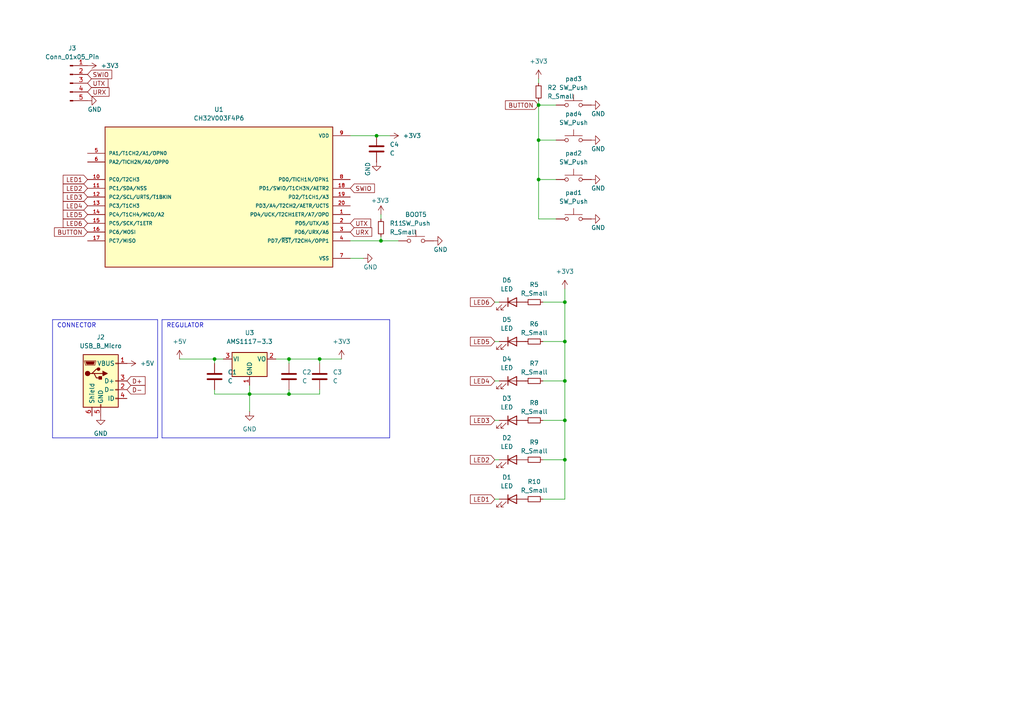
<source format=kicad_sch>
(kicad_sch (version 20250114) (generator "eeschema") (generator_version "9.0")
  (paper "A4")
  (lib_symbols
    (symbol "Connector:Conn_01x05_Pin" (pin_names (offset 1.016) (hide yes))
      (property "Reference" "J" (at 0 7.62 0))
      (property "Value" "Conn_01x05_Pin" (at 0 -7.62 0))
      (symbol "Conn_01x05_Pin_1_1"
        (rectangle (start 0.8636 5.207) (end 0 4.953) (stroke (width 0.1524)) (fill (type outline)))
        (rectangle (start 0.8636 2.667) (end 0 2.413) (stroke (width 0.1524)) (fill (type outline)))
        (rectangle (start 0.8636 0.127) (end 0 -0.127) (stroke (width 0.1524)) (fill (type outline)))
        (rectangle (start 0.8636 -2.413) (end 0 -2.667) (stroke (width 0.1524)) (fill (type outline)))
        (rectangle (start 0.8636 -4.953) (end 0 -5.207) (stroke (width 0.1524)) (fill (type outline)))
        (polyline (pts (xy 1.27 5.08) (xy 0.8636 5.08)) (stroke (width 0.1524)))
        (polyline (pts (xy 1.27 2.54) (xy 0.8636 2.54)) (stroke (width 0.1524)))
        (polyline (pts (xy 1.27 0) (xy 0.8636 0)) (stroke (width 0.1524)))
        (polyline (pts (xy 1.27 -2.54) (xy 0.8636 -2.54)) (stroke (width 0.1524)))
        (polyline (pts (xy 1.27 -5.08) (xy 0.8636 -5.08)) (stroke (width 0.1524)))
        (pin passive line (at 5.08 5.08 180) (length 3.81) (name "Pin_1") (number "1"))
        (pin passive line (at 5.08 2.54 180) (length 3.81) (name "Pin_2") (number "2"))
        (pin passive line (at 5.08 0 180) (length 3.81) (name "Pin_3") (number "3"))
        (pin passive line (at 5.08 -2.54 180) (length 3.81) (name "Pin_4") (number "4"))
        (pin passive line (at 5.08 -5.08 180) (length 3.81) (name "Pin_5") (number "5"))
      )
    )
    (symbol "Connector:USB_B_Micro" (pin_names (offset 1.016))
      (property "Reference" "J" (at -5.08 11.43 0))
      (property "Value" "USB_B_Micro" (at -5.08 8.89 0))
      (symbol "USB_B_Micro_0_1"
        (rectangle (start -5.08 -7.62) (end 5.08 7.62) (stroke (width 0.254)) (fill (type background)))
        (polyline (pts (xy -4.699 5.842) (xy -4.699 5.588) (xy -4.445 4.826) (xy -4.445 4.572) (xy -1.651 4.572) (xy -1.651 4.826) (xy -1.397 5.588) (xy -1.397 5.842) (xy -4.699 5.842)))
        (polyline (pts (xy -4.318 5.588) (xy -1.778 5.588) (xy -2.032 4.826) (xy -4.064 4.826) (xy -4.318 5.588)) (fill (type outline)))
        (circle (center -3.81 2.159) (radius 0.635) (stroke (width 0.254)) (fill (type outline)))
        (polyline (pts (xy -3.175 2.159) (xy -2.54 2.159) (xy -1.27 3.429) (xy -0.635 3.429)) (stroke (width 0.254)))
        (polyline (pts (xy -2.54 2.159) (xy -1.905 2.159) (xy -1.27 0.889) (xy 0 0.889)) (stroke (width 0.254)))
        (polyline (pts (xy -1.905 2.159) (xy 0.635 2.159)) (stroke (width 0.254)))
        (circle (center -0.635 3.429) (radius 0.381) (stroke (width 0.254)) (fill (type outline)))
        (rectangle (start -0.127 -7.62) (end 0.127 -6.858))
        (rectangle (start 0.254 1.27) (end -0.508 0.508) (stroke (width 0.254)) (fill (type outline)))
        (polyline (pts (xy 0.635 2.794) (xy 0.635 1.524) (xy 1.905 2.159) (xy 0.635 2.794)) (stroke (width 0.254)) (fill (type outline)))
        (rectangle (start 5.08 4.953) (end 4.318 5.207))
        (rectangle (start 5.08 -0.127) (end 4.318 0.127))
        (rectangle (start 5.08 -2.667) (end 4.318 -2.413))
        (rectangle (start 5.08 -5.207) (end 4.318 -4.953))
      )
      (symbol "USB_B_Micro_1_1"
        (pin passive line (at -2.54 -10.16 90) (length 2.54) (name "Shield") (number "6"))
        (pin power_out line (at 0 -10.16 90) (length 2.54) (name "GND") (number "5"))
        (pin power_out line (at 7.62 5.08 180) (length 2.54) (name "VBUS") (number "1"))
        (pin bidirectional line (at 7.62 0 180) (length 2.54) (name "D+") (number "3"))
        (pin bidirectional line (at 7.62 -2.54 180) (length 2.54) (name "D-") (number "2"))
        (pin passive line (at 7.62 -5.08 180) (length 2.54) (name "ID") (number "4"))
      )
    )
    (symbol "Device:C" (pin_numbers (hide yes)) (pin_names (offset 0.254))
      (property "Reference" "C" (at 0.635 2.54 0))
      (property "Value" "C" (at 0.635 -2.54 0))
      (symbol "C_0_1"
        (polyline (pts (xy -2.032 0.762) (xy 2.032 0.762)) (stroke (width 0.508)))
        (polyline (pts (xy -2.032 -0.762) (xy 2.032 -0.762)) (stroke (width 0.508)))
      )
      (symbol "C_1_1"
        (pin passive line (at 0 3.81 270) (length 2.794) (name "~") (number "1"))
        (pin passive line (at 0 -3.81 90) (length 2.794) (name "~") (number "2"))
      )
    )
    (symbol "Device:LED" (pin_numbers (hide yes)) (pin_names (offset 1.016) (hide yes))
      (property "Reference" "D" (at 0 2.54 0))
      (property "Value" "LED" (at 0 -2.54 0))
      (symbol "LED_0_1"
        (polyline (pts (xy -3.048 -0.762) (xy -4.572 -2.286) (xy -3.81 -2.286) (xy -4.572 -2.286) (xy -4.572 -1.524)))
        (polyline (pts (xy -1.778 -0.762) (xy -3.302 -2.286) (xy -2.54 -2.286) (xy -3.302 -2.286) (xy -3.302 -1.524)))
        (polyline (pts (xy -1.27 0) (xy 1.27 0)))
        (polyline (pts (xy -1.27 -1.27) (xy -1.27 1.27)) (stroke (width 0.254)))
        (polyline (pts (xy 1.27 -1.27) (xy 1.27 1.27) (xy -1.27 0) (xy 1.27 -1.27)) (stroke (width 0.254)))
      )
      (symbol "LED_1_1"
        (pin passive line (at -3.81 0 0) (length 2.54) (name "K") (number "1"))
        (pin passive line (at 3.81 0 180) (length 2.54) (name "A") (number "2"))
      )
    )
    (symbol "Device:R_Small" (pin_numbers (hide yes)) (pin_names (offset 0.254) (hide yes))
      (property "Reference" "R" (at 0.762 0.508 0))
      (property "Value" "R_Small" (at 0.762 -1.016 0))
      (symbol "R_Small_0_1"
        (rectangle (start -0.762 1.778) (end 0.762 -1.778) (stroke (width 0.2032)))
      )
      (symbol "R_Small_1_1"
        (pin passive line (at 0 2.54 270) (length 0.762) (name "~") (number "1"))
        (pin passive line (at 0 -2.54 90) (length 0.762) (name "~") (number "2"))
      )
    )
    (symbol "Regulator_Linear:AMS1117-3.3" (pin_names (offset 0.254))
      (property "Reference" "U" (at -3.81 3.175 0))
      (property "Value" "AMS1117-3.3" (at 0 3.175 0))
      (symbol "AMS1117-3.3_0_1"
        (rectangle (start -5.08 -5.08) (end 5.08 1.905) (stroke (width 0.254)) (fill (type background)))
      )
      (symbol "AMS1117-3.3_1_1"
        (pin power_in line (at -7.62 0 0) (length 2.54) (name "VI") (number "3"))
        (pin power_in line (at 0 -7.62 90) (length 2.54) (name "GND") (number "1"))
        (pin power_out line (at 7.62 0 180) (length 2.54) (name "VO") (number "2"))
      )
    )
    (symbol "Switch:SW_Push" (pin_numbers (hide yes)) (pin_names (offset 1.016) (hide yes))
      (property "Reference" "SW" (at 1.27 2.54 0))
      (property "Value" "SW_Push" (at 0 -1.524 0))
      (symbol "SW_Push_0_1"
        (circle (center -2.032 0) (radius 0.508))
        (polyline (pts (xy 0 1.27) (xy 0 3.048)))
        (circle (center 2.032 0) (radius 0.508))
        (polyline (pts (xy 2.54 1.27) (xy -2.54 1.27)))
        (pin passive line (at -5.08 0 0) (length 2.54) (name "1") (number "1"))
        (pin passive line (at 5.08 0 180) (length 2.54) (name "2") (number "2"))
      )
    )
    (symbol "ch32v003:CH32V003F4P6" (pin_names (offset 1.016))
      (property "Reference" "U" (at -33.02 22.86 0))
      (property "Value" "CH32V003F4P6" (at -33.02 -22.86 0))
      (symbol "CH32V003F4P6_0_0"
        (rectangle (start -33.02 -20.32) (end 33.02 20.32) (stroke (width 0.254)) (fill (type background)))
        (pin bidirectional line (at -38.1 12.7 0) (length 5.08) (name "PA1/T1CH2/A1/OPN0") (number "5"))
        (pin bidirectional line (at -38.1 10.16 0) (length 5.08) (name "PA2/TICH2N/A0/OPP0") (number "6"))
        (pin bidirectional line (at -38.1 5.08 0) (length 5.08) (name "PC0/T2CH3") (number "10"))
        (pin bidirectional line (at -38.1 2.54 0) (length 5.08) (name "PC1/SDA/NSS") (number "11"))
        (pin bidirectional line (at -38.1 0 0) (length 5.08) (name "PC2/SCL/URTS/T1BKIN") (number "12"))
        (pin bidirectional line (at -38.1 -2.54 0) (length 5.08) (name "PC3/T1CH3") (number "13"))
        (pin bidirectional line (at -38.1 -5.08 0) (length 5.08) (name "PC4/T1CH4/MCO/A2") (number "14"))
        (pin bidirectional line (at -38.1 -7.62 0) (length 5.08) (name "PC5/SCK/T1ETR") (number "15"))
        (pin bidirectional line (at -38.1 -10.16 0) (length 5.08) (name "PC6/MOSI") (number "16"))
        (pin bidirectional line (at -38.1 -12.7 0) (length 5.08) (name "PC7/MISO") (number "17"))
        (pin power_in line (at 38.1 17.78 180) (length 5.08) (name "VDD") (number "9"))
        (pin bidirectional line (at 38.1 5.08 180) (length 5.08) (name "PD0/TICH1N/OPN1") (number "8"))
        (pin bidirectional line (at 38.1 2.54 180) (length 5.08) (name "PD1/SWIO/T1CH3N/AETR2") (number "18"))
        (pin bidirectional line (at 38.1 0 180) (length 5.08) (name "PD2/T1CH1/A3") (number "19"))
        (pin bidirectional line (at 38.1 -2.54 180) (length 5.08) (name "PD3/A4/T2CH2/AETR/UCTS") (number "20"))
        (pin bidirectional line (at 38.1 -5.08 180) (length 5.08) (name "PD4/UCK/T2CH1ETR/A7/OPO") (number "1"))
        (pin bidirectional line (at 38.1 -7.62 180) (length 5.08) (name "PD5/UTX/A5") (number "2"))
        (pin bidirectional line (at 38.1 -10.16 180) (length 5.08) (name "PD6/URX/A6") (number "3"))
        (pin bidirectional line (at 38.1 -12.7 180) (length 5.08) (name "PD7/~{RST}/T2CH4/OPP1") (number "4"))
        (pin power_in line (at 38.1 -17.78 180) (length 5.08) (name "VSS") (number "7"))
      )
    )
    (symbol "power:+3V3" (power) (pin_names (offset 0))
      (property "Value" "+3V3" (at 0 3.556 0))
      (symbol "+3V3_0_1"
        (polyline (pts (xy -0.762 1.27) (xy 0 2.54)))
        (polyline (pts (xy 0 2.54) (xy 0.762 1.27)))
        (polyline (pts (xy 0 0) (xy 0 2.54)))
      )
      (symbol "+3V3_1_1"
        (pin power_in line (at 0 0 90) (length 0) (hide yes) (name "+3V3") (number "1"))
      )
    )
    (symbol "power:+5V" (power) (pin_names (offset 0))
      (property "Value" "+5V" (at 0 3.556 0))
      (symbol "+5V_0_1"
        (polyline (pts (xy -0.762 1.27) (xy 0 2.54)))
        (polyline (pts (xy 0 2.54) (xy 0.762 1.27)))
        (polyline (pts (xy 0 0) (xy 0 2.54)))
      )
      (symbol "+5V_1_1"
        (pin power_in line (at 0 0 90) (length 0) (hide yes) (name "+5V") (number "1"))
      )
    )
    (symbol "power:GND" (power) (pin_numbers (hide yes)) (pin_names (offset 0) (hide yes))
      (property "Value" "GND" (at 0 -3.81 0))
      (symbol "GND_0_1"
        (polyline (pts (xy 0 0) (xy 0 -1.27) (xy 1.27 -1.27) (xy 0 -2.54) (xy -1.27 -1.27) (xy 0 -1.27)))
      )
      (symbol "GND_1_1"
        (pin power_in line (at 0 0 270) (length 0) (name "~") (number "1"))
      )
    )
  )
  (text "CONNECTOR" (at 16.51 95.25 0) (effects (font (size 1.27 1.27)) (justify left bottom)))
  (text "REGULATOR" (at 48.26 95.25 0) (effects (font (size 1.27 1.27)) (justify left bottom)))
  (junction (at 163.83 99.06))
  (junction (at 109.22 39.37))
  (junction (at 92.71 104.14))
  (junction (at 156.21 30.48))
  (junction (at 83.82 114.3))
  (junction (at 72.39 114.3))
  (junction (at 110.49 69.85))
  (junction (at 163.83 110.49))
  (junction (at 163.83 121.92))
  (junction (at 156.21 52.07))
  (junction (at 163.83 133.35))
  (junction (at 62.23 104.14))
  (junction (at 163.83 87.63))
  (junction (at 83.82 104.14))
  (junction (at 156.21 40.64))
  (wire (pts (xy 163.83 121.92) (xy 163.83 133.35)))
  (wire (pts (xy 163.83 87.63) (xy 163.83 99.06)))
  (polyline (pts (xy 45.72 127) (xy 45.72 92.71)))
  (wire (pts (xy 143.51 99.06) (xy 144.78 99.06)))
  (wire (pts (xy 156.21 29.21) (xy 156.21 30.48)))
  (wire (pts (xy 101.6 69.85) (xy 110.49 69.85)))
  (wire (pts (xy 156.21 52.07) (xy 161.29 52.07)))
  (wire (pts (xy 143.51 144.78) (xy 144.78 144.78)))
  (wire (pts (xy 157.48 110.49) (xy 163.83 110.49)))
  (polyline (pts (xy 15.24 92.71) (xy 15.24 127)))
  (polyline (pts (xy 113.03 92.71) (xy 113.03 127)))
  (wire (pts (xy 143.51 133.35) (xy 144.78 133.35)))
  (wire (pts (xy 156.21 30.48) (xy 156.21 40.64)))
  (wire (pts (xy 163.83 99.06) (xy 163.83 110.49)))
  (wire (pts (xy 156.21 22.86) (xy 156.21 24.13)))
  (wire (pts (xy 163.83 83.82) (xy 163.83 87.63)))
  (polyline (pts (xy 113.03 127) (xy 46.99 127)))
  (wire (pts (xy 83.82 113.03) (xy 83.82 114.3)))
  (wire (pts (xy 109.22 39.37) (xy 101.6 39.37)))
  (wire (pts (xy 83.82 105.41) (xy 83.82 104.14)))
  (wire (pts (xy 62.23 104.14) (xy 64.77 104.14)))
  (wire (pts (xy 62.23 104.14) (xy 62.23 105.41)))
  (wire (pts (xy 72.39 114.3) (xy 72.39 119.38)))
  (wire (pts (xy 143.51 121.92) (xy 144.78 121.92)))
  (wire (pts (xy 163.83 133.35) (xy 163.83 144.78)))
  (wire (pts (xy 156.21 30.48) (xy 161.29 30.48)))
  (wire (pts (xy 62.23 114.3) (xy 72.39 114.3)))
  (wire (pts (xy 157.48 144.78) (xy 163.83 144.78)))
  (wire (pts (xy 156.21 63.5) (xy 161.29 63.5)))
  (polyline (pts (xy 15.24 127) (xy 45.72 127)))
  (wire (pts (xy 156.21 40.64) (xy 156.21 52.07)))
  (wire (pts (xy 92.71 105.41) (xy 92.71 104.14)))
  (wire (pts (xy 110.49 69.85) (xy 115.57 69.85)))
  (wire (pts (xy 83.82 114.3) (xy 72.39 114.3)))
  (wire (pts (xy 113.03 39.37) (xy 109.22 39.37)))
  (polyline (pts (xy 45.72 92.71) (xy 15.24 92.71)))
  (wire (pts (xy 157.48 133.35) (xy 163.83 133.35)))
  (polyline (pts (xy 46.99 127) (xy 46.99 92.71)))
  (wire (pts (xy 80.01 104.14) (xy 83.82 104.14)))
  (wire (pts (xy 157.48 87.63) (xy 163.83 87.63)))
  (wire (pts (xy 157.48 121.92) (xy 163.83 121.92)))
  (wire (pts (xy 72.39 111.76) (xy 72.39 114.3)))
  (wire (pts (xy 52.07 104.14) (xy 62.23 104.14)))
  (wire (pts (xy 163.83 110.49) (xy 163.83 121.92)))
  (wire (pts (xy 62.23 113.03) (xy 62.23 114.3)))
  (wire (pts (xy 143.51 110.49) (xy 144.78 110.49)))
  (wire (pts (xy 101.6 74.93) (xy 105.41 74.93)))
  (polyline (pts (xy 46.99 92.71) (xy 113.03 92.71)))
  (wire (pts (xy 110.49 68.58) (xy 110.49 69.85)))
  (wire (pts (xy 92.71 104.14) (xy 99.06 104.14)))
  (wire (pts (xy 143.51 87.63) (xy 144.78 87.63)))
  (wire (pts (xy 156.21 52.07) (xy 156.21 63.5)))
  (wire (pts (xy 83.82 104.14) (xy 92.71 104.14)))
  (wire (pts (xy 92.71 113.03) (xy 92.71 114.3)))
  (wire (pts (xy 92.71 114.3) (xy 83.82 114.3)))
  (wire (pts (xy 157.48 99.06) (xy 163.83 99.06)))
  (wire (pts (xy 156.21 40.64) (xy 161.29 40.64)))
  (wire (pts (xy 110.49 62.23) (xy 110.49 63.5)))
  (global_label "BUTTON" (shape input) (at 156.21 30.48 180) (property "Intersheetrefs" "${INTERSHEET_REFS}" (effects (hide yes))))
  (global_label "UTX" (shape input) (at 101.6 64.77 0) (property "Intersheetrefs" "${INTERSHEET_REFS}" (effects (hide yes))))
  (global_label "LED5" (shape input) (at 25.4 62.23 180) (property "Intersheetrefs" "${INTERSHEET_REFS}" (effects (hide yes))))
  (global_label "URX" (shape input) (at 25.4 26.67 0) (property "Intersheetrefs" "${INTERSHEET_REFS}" (effects (hide yes))))
  (global_label "BUTTON" (shape input) (at 25.4 67.31 180) (property "Intersheetrefs" "${INTERSHEET_REFS}" (effects (hide yes))))
  (global_label "D-" (shape input) (at 36.83 113.03 0) (property "Intersheetrefs" "${INTERSHEET_REFS}" (effects (hide yes))))
  (global_label "D+" (shape input) (at 36.83 110.49 0) (property "Intersheetrefs" "${INTERSHEET_REFS}" (effects (hide yes))))
  (global_label "LED2" (shape input) (at 143.51 133.35 180) (property "Intersheetrefs" "${INTERSHEET_REFS}" (effects (hide yes))))
  (global_label "SWIO" (shape input) (at 25.4 21.59 0) (property "Intersheetrefs" "${INTERSHEET_REFS}" (effects (hide yes))))
  (global_label "LED4" (shape input) (at 143.51 110.49 180) (property "Intersheetrefs" "${INTERSHEET_REFS}" (effects (hide yes))))
  (global_label "LED1" (shape input) (at 25.4 52.07 180) (property "Intersheetrefs" "${INTERSHEET_REFS}" (effects (hide yes))))
  (global_label "LED6" (shape input) (at 25.4 64.77 180) (property "Intersheetrefs" "${INTERSHEET_REFS}" (effects (hide yes))))
  (global_label "SWIO" (shape input) (at 101.6 54.61 0) (property "Intersheetrefs" "${INTERSHEET_REFS}" (effects (hide yes))))
  (global_label "LED3" (shape input) (at 143.51 121.92 180) (property "Intersheetrefs" "${INTERSHEET_REFS}" (effects (hide yes))))
  (global_label "URX" (shape input) (at 101.6 67.31 0) (property "Intersheetrefs" "${INTERSHEET_REFS}" (effects (hide yes))))
  (global_label "UTX" (shape input) (at 25.4 24.13 0) (property "Intersheetrefs" "${INTERSHEET_REFS}" (effects (hide yes))))
  (global_label "LED2" (shape input) (at 25.4 54.61 180) (property "Intersheetrefs" "${INTERSHEET_REFS}" (effects (hide yes))))
  (global_label "LED3" (shape input) (at 25.4 57.15 180) (property "Intersheetrefs" "${INTERSHEET_REFS}" (effects (hide yes))))
  (global_label "LED1" (shape input) (at 143.51 144.78 180) (property "Intersheetrefs" "${INTERSHEET_REFS}" (effects (hide yes))))
  (global_label "LED4" (shape input) (at 25.4 59.69 180) (property "Intersheetrefs" "${INTERSHEET_REFS}" (effects (hide yes))))
  (global_label "LED5" (shape input) (at 143.51 99.06 180) (property "Intersheetrefs" "${INTERSHEET_REFS}" (effects (hide yes))))
  (global_label "LED6" (shape input) (at 143.51 87.63 180) (property "Intersheetrefs" "${INTERSHEET_REFS}" (effects (hide yes))))
  (symbol (lib_id "Device:R_Small") (at 110.49 66.04 0) (unit 1)
    (property "Reference" "R11" (at 113.03 64.7699 0) (effects (justify left)))
    (property "Value" "R_Small" (at 113.03 67.3099 0) (effects (justify left)))
    (property "Footprint" "Resistor_SMD:R_0603_1608Metric" (effects (hide yes)))
  )
  (symbol (lib_id "power:+5V") (at 52.07 104.14 0) (unit 1)
    (property "Reference" "#PWR015" (effects (hide yes)))
    (property "Value" "+5V" (at 52.07 99.06 0))
  )
  (symbol (lib_id "Device:LED") (at 148.59 87.63 0) (unit 1)
    (property "Reference" "D6" (at 147.0025 81.28 0))
    (property "Value" "LED" (at 147.0025 83.82 0))
    (property "Footprint" "LED_SMD:LED_0603_1608Metric" (effects (hide yes)))
    (property "Description" "Light emitting diode" (effects (hide yes)))
  )
  (symbol (lib_id "Device:R_Small") (at 154.94 99.06 270) (unit 1)
    (property "Reference" "R6" (at 154.94 93.98 90))
    (property "Value" "R_Small" (at 154.94 96.52 90))
    (property "Footprint" "Resistor_SMD:R_0603_1608Metric" (effects (hide yes)))
  )
  (symbol (lib_id "Device:C") (at 109.22 43.18 0) (unit 1)
    (property "Reference" "C4" (at 113.03 41.9099 0) (effects (justify left)))
    (property "Value" "C" (at 113.03 44.4499 0) (effects (justify left)))
    (property "Footprint" "Capacitor_SMD:C_0603_1608Metric" (effects (hide yes)))
  )
  (symbol (lib_id "Switch:SW_Push") (at 166.37 63.5 0) (unit 1)
    (property "Reference" "pad1" (at 166.37 55.88 0))
    (property "Value" "SW_Push" (at 166.37 58.42 0))
    (property "Footprint" "Button_Switch_SMD:SW_SPST_FSMSM" (effects (hide yes)))
  )
  (symbol (lib_id "power:+3V3") (at 156.21 22.86 0) (unit 1)
    (property "Reference" "#PWR03" (effects (hide yes)))
    (property "Value" "+3V3" (at 156.21 17.78 0))
  )
  (symbol (lib_id "Device:R_Small") (at 154.94 121.92 90) (unit 1)
    (property "Reference" "R8" (at 154.94 116.84 90))
    (property "Value" "R_Small" (at 154.94 119.38 90))
    (property "Footprint" "Resistor_SMD:R_0603_1608Metric" (effects (hide yes)))
  )
  (symbol (lib_id "power:+3V3") (at 113.03 39.37 270) (unit 1)
    (property "Reference" "#PWR010" (effects (hide yes)))
    (property "Value" "+3V3" (at 116.84 39.3699 90) (effects (justify left)))
  )
  (symbol (lib_id "Connector:Conn_01x05_Pin") (at 20.32 24.13 0) (unit 1)
    (property "Reference" "J3" (at 20.955 13.97 0))
    (property "Value" "Conn_01x05_Pin" (at 20.955 16.51 0))
    (property "Footprint" "Connector_PinSocket_2.54mm:PinSocket_1x05_P2.54mm_Horizontal" (effects (hide yes)))
    (property "Description" "Generic connector, single row, 01x05, script generated" (effects (hide yes)))
  )
  (symbol (lib_id "Device:R_Small") (at 154.94 87.63 270) (unit 1)
    (property "Reference" "R5" (at 154.94 82.55 90))
    (property "Value" "R_Small" (at 154.94 85.09 90))
    (property "Footprint" "Resistor_SMD:R_0603_1608Metric" (effects (hide yes)))
  )
  (symbol (lib_id "power:GND") (at 171.45 30.48 90) (unit 1)
    (property "Reference" "#PWR04" (effects (hide yes)))
    (property "Value" "GND" (at 171.45 33.02 90) (effects (justify right)))
  )
  (symbol (lib_id "Device:C") (at 92.71 109.22 0) (unit 1)
    (property "Reference" "C3" (at 96.52 107.9499 0) (effects (justify left)))
    (property "Value" "C" (at 96.52 110.4899 0) (effects (justify left)))
    (property "Footprint" "Capacitor_SMD:C_0603_1608Metric" (effects (hide yes)))
  )
  (symbol (lib_id "power:GND") (at 109.22 46.99 0) (unit 1)
    (property "Reference" "#PWR021" (effects (hide yes)))
    (property "Value" "GND" (at 106.68 46.99 90) (effects (justify right)))
  )
  (symbol (lib_id "Device:R_Small") (at 154.94 110.49 90) (unit 1)
    (property "Reference" "R7" (at 154.94 105.41 90))
    (property "Value" "R_Small" (at 154.94 107.95 90))
    (property "Footprint" "Resistor_SMD:R_0603_1608Metric" (effects (hide yes)))
  )
  (symbol (lib_id "power:GND") (at 29.21 120.65 0) (unit 1)
    (property "Reference" "#PWR013" (effects (hide yes)))
    (property "Value" "GND" (at 29.21 125.73 0))
  )
  (symbol (lib_id "power:+3V3") (at 25.4 19.05 270) (unit 1)
    (property "Reference" "#PWR020" (effects (hide yes)))
    (property "Value" "+3V3" (at 29.21 19.0499 90) (effects (justify left)))
  )
  (symbol (lib_id "Device:R_Small") (at 154.94 144.78 90) (unit 1)
    (property "Reference" "R10" (at 154.94 139.7 90))
    (property "Value" "R_Small" (at 154.94 142.24 90))
    (property "Footprint" "Resistor_SMD:R_0603_1608Metric" (effects (hide yes)))
  )
  (symbol (lib_id "Switch:SW_Push") (at 166.37 52.07 0) (unit 1)
    (property "Reference" "pad2" (at 166.37 44.45 0))
    (property "Value" "SW_Push" (at 166.37 46.99 0))
    (property "Footprint" "Button_Switch_SMD:SW_SPST_FSMSM" (effects (hide yes)))
  )
  (symbol (lib_id "Device:C") (at 83.82 109.22 0) (unit 1)
    (property "Reference" "C2" (at 87.63 107.9499 0) (effects (justify left)))
    (property "Value" "C" (at 87.63 110.4899 0) (effects (justify left)))
    (property "Footprint" "Capacitor_SMD:C_0603_1608Metric" (effects (hide yes)))
  )
  (symbol (lib_id "power:+3V3") (at 163.83 83.82 0) (unit 1)
    (property "Reference" "#PWR018" (effects (hide yes)))
    (property "Value" "+3V3" (at 163.83 78.74 0))
  )
  (symbol (lib_id "Device:LED") (at 148.59 144.78 0) (unit 1)
    (property "Reference" "D1" (at 147.0025 138.43 0))
    (property "Value" "LED" (at 147.0025 140.97 0))
    (property "Footprint" "LED_SMD:LED_0603_1608Metric" (effects (hide yes)))
    (property "Description" "Light emitting diode" (effects (hide yes)))
  )
  (symbol (lib_id "Device:R_Small") (at 154.94 133.35 90) (unit 1)
    (property "Reference" "R9" (at 154.94 128.27 90))
    (property "Value" "R_Small" (at 154.94 130.81 90))
    (property "Footprint" "Resistor_SMD:R_0603_1608Metric" (effects (hide yes)))
  )
  (symbol (lib_id "Switch:SW_Push") (at 120.65 69.85 0) (unit 1)
    (property "Reference" "BOOT5" (at 120.65 62.23 0))
    (property "Value" "SW_Push" (at 120.65 64.77 0))
    (property "Footprint" "Button_Switch_SMD:SW_SPST_FSMSM" (effects (hide yes)))
  )
  (symbol (lib_id "Device:C") (at 62.23 109.22 0) (unit 1)
    (property "Reference" "C1" (at 66.04 107.9499 0) (effects (justify left)))
    (property "Value" "C" (at 66.04 110.4899 0) (effects (justify left)))
    (property "Footprint" "Capacitor_SMD:C_0603_1608Metric" (effects (hide yes)))
  )
  (symbol (lib_id "Device:LED") (at 148.59 121.92 0) (unit 1)
    (property "Reference" "D3" (at 147.0025 115.57 0))
    (property "Value" "LED" (at 147.0025 118.11 0))
    (property "Footprint" "LED_SMD:LED_0603_1608Metric" (effects (hide yes)))
    (property "Description" "Light emitting diode" (effects (hide yes)))
  )
  (symbol (lib_id "power:+5V") (at 36.83 105.41 270) (unit 1)
    (property "Reference" "#PWR014" (effects (hide yes)))
    (property "Value" "+5V" (at 40.64 105.4099 90) (effects (justify left)))
  )
  (symbol (lib_id "Connector:USB_B_Micro") (at 29.21 110.49 0) (unit 1)
    (property "Reference" "J2" (at 29.21 97.79 0))
    (property "Value" "USB_B_Micro" (at 29.21 100.33 0))
    (property "Footprint" "Connector_USB:USB_Micro-B_Amphenol_10118194_Horizontal" (effects (hide yes)))
    (property "Description" "USB Micro Type B connector" (effects (hide yes)))
  )
  (symbol (lib_id "Switch:SW_Push") (at 166.37 30.48 0) (unit 1)
    (property "Reference" "pad3" (at 166.37 22.86 0))
    (property "Value" "SW_Push" (at 166.37 25.4 0))
    (property "Footprint" "Button_Switch_SMD:SW_SPST_FSMSM" (effects (hide yes)))
  )
  (symbol (lib_id "power:GND") (at 171.45 40.64 90) (unit 1)
    (property "Reference" "#PWR06" (effects (hide yes)))
    (property "Value" "GND" (at 171.45 43.18 90) (effects (justify right)))
  )
  (symbol (lib_id "Device:R_Small") (at 156.21 26.67 0) (unit 1)
    (property "Reference" "R2" (at 158.75 25.3999 0) (effects (justify left)))
    (property "Value" "R_Small" (at 158.75 27.9399 0) (effects (justify left)))
    (property "Footprint" "Resistor_SMD:R_0603_1608Metric" (effects (hide yes)))
  )
  (symbol (lib_id "Regulator_Linear:AMS1117-3.3") (at 72.39 104.14 0) (unit 1)
    (property "Reference" "U3" (at 72.39 96.52 0))
    (property "Value" "AMS1117-3.3" (at 72.39 99.06 0))
    (property "Footprint" "Package_TO_SOT_SMD:SOT-223-3_TabPin2" (effects (hide yes)))
    (property "Datasheet" "http://www.advanced-monolithic.com/pdf/ds1117.pdf" (effects (hide yes)))
  )
  (symbol (lib_id "power:+3V3") (at 99.06 104.14 0) (unit 1)
    (property "Reference" "#PWR017" (effects (hide yes)))
    (property "Value" "+3V3" (at 99.06 99.06 0))
  )
  (symbol (lib_id "power:GND") (at 171.45 63.5 90) (unit 1)
    (property "Reference" "#PWR02" (effects (hide yes)))
    (property "Value" "GND" (at 171.45 66.04 90) (effects (justify right)))
  )
  (symbol (lib_id "Device:LED") (at 148.59 133.35 0) (unit 1)
    (property "Reference" "D2" (at 147.0025 127 0))
    (property "Value" "LED" (at 147.0025 129.54 0))
    (property "Footprint" "LED_SMD:LED_0603_1608Metric" (effects (hide yes)))
    (property "Description" "Light emitting diode" (effects (hide yes)))
  )
  (symbol (lib_id "power:GND") (at 105.41 74.93 90) (unit 1)
    (property "Reference" "#PWR09" (effects (hide yes)))
    (property "Value" "GND" (at 105.41 77.47 90) (effects (justify right)))
  )
  (symbol (lib_id "power:GND") (at 25.4 29.21 90) (unit 1)
    (property "Reference" "#PWR019" (effects (hide yes)))
    (property "Value" "GND" (at 25.4 31.75 90) (effects (justify right)))
  )
  (symbol (lib_id "power:GND") (at 72.39 119.38 0) (unit 1)
    (property "Reference" "#PWR016" (effects (hide yes)))
    (property "Value" "GND" (at 72.39 124.46 0))
  )
  (symbol (lib_id "Switch:SW_Push") (at 166.37 40.64 0) (unit 1)
    (property "Reference" "pad4" (at 166.37 33.02 0))
    (property "Value" "SW_Push" (at 166.37 35.56 0))
    (property "Footprint" "Button_Switch_SMD:SW_SPST_FSMSM" (effects (hide yes)))
  )
  (symbol (lib_id "ch32v003:CH32V003F4P6") (at 63.5 57.15 0) (unit 1)
    (property "Reference" "U1" (at 63.5 31.75 0))
    (property "Value" "CH32V003F4P6" (at 63.5 34.29 0))
    (property "Footprint" "CH32V003F4P6:SOP65P640X121-20N" (effects (hide yes)))
    (property "MF" "WCH" (effects (hide yes)))
    (property "MAXIMUM_PACKAGE_HEIGHT" "1.21mm" (effects (hide yes)))
    (property "Package" "Package" (effects (hide yes)))
    (property "Price" "None" (effects (hide yes)))
    (property "Check_prices" "https://www.snapeda.com/parts/CH32V003F4P6/WCH/view-part/?ref=eda" (effects (hide yes)))
    (property "STANDARD" "IPC-7351B" (effects (hide yes)))
    (property "PARTREV" "1.4" (effects (hide yes)))
    (property "SnapEDA_Link" "https://www.snapeda.com/parts/CH32V003F4P6/WCH/view-part/?ref=snap" (effects (hide yes)))
    (property "MP" "CH32V003F4P6" (effects (hide yes)))
    (property "Description_1" "\n                        \n                            SMD IC CH32V003F4P6\n                        \n" (effects (hide yes)))
    (property "Availability" "Not in stock" (effects (hide yes)))
    (property "MANUFACTURER" "WCH" (effects (hide yes)))
  )
  (symbol (lib_id "Device:LED") (at 148.59 99.06 0) (unit 1)
    (property "Reference" "D5" (at 147.0025 92.71 0))
    (property "Value" "LED" (at 147.0025 95.25 0))
    (property "Footprint" "LED_SMD:LED_0603_1608Metric" (effects (hide yes)))
    (property "Description" "Light emitting diode" (effects (hide yes)))
  )
  (symbol (lib_id "power:GND") (at 125.73 69.85 90) (unit 1)
    (property "Reference" "#PWR012" (effects (hide yes)))
    (property "Value" "GND" (at 125.73 72.39 90) (effects (justify right)))
  )
  (symbol (lib_id "power:GND") (at 171.45 52.07 90) (unit 1)
    (property "Reference" "#PWR08" (effects (hide yes)))
    (property "Value" "GND" (at 171.45 54.61 90) (effects (justify right)))
  )
  (symbol (lib_id "power:+3V3") (at 110.49 62.23 0) (unit 1)
    (property "Reference" "#PWR011" (effects (hide yes)))
    (property "Value" "+3V3" (at 110.236 58.166 0))
  )
  (symbol (lib_id "Device:LED") (at 148.59 110.49 0) (unit 1)
    (property "Reference" "D4" (at 147.0025 104.14 0))
    (property "Value" "LED" (at 147.0025 106.68 0))
    (property "Footprint" "LED_SMD:LED_0603_1608Metric" (effects (hide yes)))
    (property "Description" "Light emitting diode" (effects (hide yes)))
  )
)
</source>
